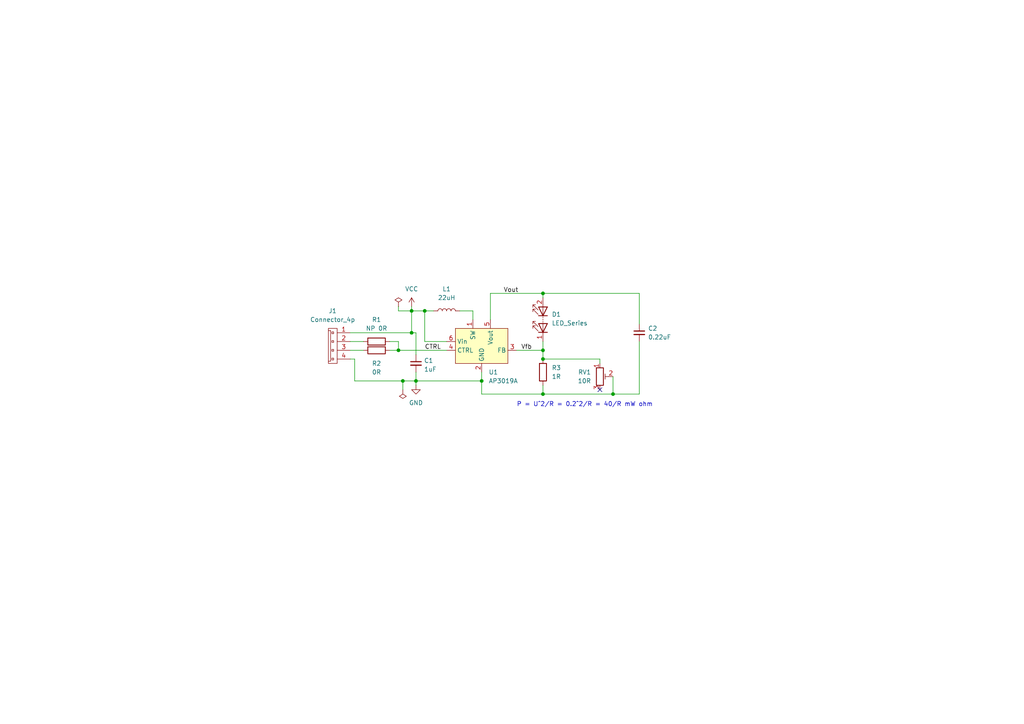
<source format=kicad_sch>
(kicad_sch (version 20211123) (generator eeschema)
  (paper "A4")
  (lib_symbols
    (symbol "0ESN_Lib:AP3019A"
      (property "Reference" "U" (at 6.35 8.89 0))
      (property "Value" "AP3019A" (at 8.89 6.35 0))
      (symbol "AP3019A_0_1"
        (rectangle (start -7.62 5.08) (end 7.62 -5.08) (stroke (width 0.1524)) (fill (type background)))
      )
      (symbol "AP3019A_1_1"
        (pin input line (at -2.54 7.62 270) (length 2.54) (name "SW") (number "1"))
        (pin power_in line (at 0 -7.62 90) (length 2.54) (name "GND") (number "2"))
        (pin output line (at 10.16 -1.27 180) (length 2.54) (name "FB") (number "3"))
        (pin input line (at -10.16 -1.27 0) (length 2.54) (name "CTRL") (number "4"))
        (pin power_out line (at 2.54 7.62 270) (length 2.54) (name "Vout") (number "5"))
        (pin power_in line (at -10.16 1.27 0) (length 2.54) (name "Vin") (number "6"))
      )
    )
    (symbol "0ESN_Lib:Connector_4p" (pin_names (offset 1.016) hide)
      (property "Reference" "J" (at 0 6.35 0))
      (property "Value" "Connector_4p" (at -2.54 2.54 90))
      (symbol "Connector_4p_0_1"
        (rectangle (start -1.27 5.08) (end 1.27 -5.08))
        (polyline (pts (xy -0.635 4.445) (xy -1.27 4.445)) (stroke (width 0.1524)))
        (polyline (pts (xy -1.27 -4.445) (xy -0.635 -4.445) (xy -0.635 4.445)) (stroke (width 0.1524)))
        (rectangle (start 0.254 -3.556) (end -0.254 -4.064) (stroke (width 0.1524)))
        (rectangle (start 0.254 -1.016) (end -0.254 -1.524) (stroke (width 0.1524)))
        (rectangle (start 0.254 1.524) (end -0.254 1.016) (stroke (width 0.1524)))
        (rectangle (start 0.254 4.064) (end -0.254 3.556) (stroke (width 0.1524)))
      )
      (symbol "Connector_4p_1_1"
        (pin passive line (at 5.08 3.81 180) (length 3.81) (name "P1") (number "1"))
        (pin passive line (at 5.08 1.27 180) (length 3.81) (name "P2") (number "2"))
        (pin passive line (at 5.08 -1.27 180) (length 3.81) (name "P3") (number "3"))
        (pin passive line (at 5.08 -3.81 180) (length 3.81) (name "P4") (number "4"))
      )
    )
    (symbol "Device:C_Small" (pin_numbers hide) (pin_names (offset 0.254) hide)
      (property "Reference" "C" (at 0.254 1.778 0))
      (property "Value" "C_Small" (at 0.254 -2.032 0))
      (symbol "C_Small_0_1"
        (polyline (pts (xy -1.524 -0.508) (xy 1.524 -0.508)) (stroke (width 0.3302)))
        (polyline (pts (xy -1.524 0.508) (xy 1.524 0.508)) (stroke (width 0.3048)))
      )
      (symbol "C_Small_1_1"
        (pin passive line (at 0 2.54 270) (length 2.032) (name "~") (number "1"))
        (pin passive line (at 0 -2.54 90) (length 2.032) (name "~") (number "2"))
      )
    )
    (symbol "Device:L" (pin_numbers hide) (pin_names (offset 1.016) hide)
      (property "Reference" "L" (at -1.27 0 90))
      (property "Value" "L" (at 1.905 0 90))
      (symbol "L_0_1"
        (arc (start 0 -2.54) (mid 0.635 -1.905) (end 0 -1.27))
        (arc (start 0 -1.27) (mid 0.635 -0.635) (end 0 0))
        (arc (start 0 0) (mid 0.635 0.635) (end 0 1.27))
        (arc (start 0 1.27) (mid 0.635 1.905) (end 0 2.54))
      )
      (symbol "L_1_1"
        (pin passive line (at 0 3.81 270) (length 1.27) (name "1") (number "1"))
        (pin passive line (at 0 -3.81 90) (length 1.27) (name "2") (number "2"))
      )
    )
    (symbol "Device:LED_Series" (pin_names (offset 1.016) hide)
      (property "Reference" "D" (at 0 5.715 0))
      (property "Value" "LED_Series" (at 0 3.81 0))
      (symbol "LED_Series_0_1"
        (polyline (pts (xy -3.81 0) (xy -1.016 0)))
        (polyline (pts (xy -3.683 -1.27) (xy -3.683 1.27)) (stroke (width 0.254)))
        (polyline (pts (xy -0.508 0) (xy -0.762 0)))
        (polyline (pts (xy 0.127 0) (xy -0.127 0)))
        (polyline (pts (xy 0.508 0) (xy 0.762 0)))
        (polyline (pts (xy 1.016 0) (xy 3.81 0)))
        (polyline (pts (xy 1.143 -1.27) (xy 1.143 1.27)) (stroke (width 0.254)))
        (polyline (pts (xy -1.143 -1.27) (xy -1.143 1.27) (xy -3.683 0) (xy -1.143 -1.27)) (stroke (width 0.254)))
        (polyline (pts (xy 3.683 -1.27) (xy 3.683 1.27) (xy 1.143 0) (xy 3.683 -1.27)) (stroke (width 0.254)))
        (polyline (pts (xy -3.302 1.397) (xy -1.778 2.921) (xy -2.54 2.921) (xy -1.778 2.921) (xy -1.778 2.159)))
        (polyline (pts (xy -2.032 1.397) (xy -0.508 2.921) (xy -1.27 2.921) (xy -0.508 2.921) (xy -0.508 2.159)))
        (polyline (pts (xy 1.524 1.397) (xy 3.048 2.921) (xy 2.286 2.921) (xy 3.048 2.921) (xy 3.048 2.159)))
        (polyline (pts (xy 2.794 1.397) (xy 4.318 2.921) (xy 3.556 2.921) (xy 4.318 2.921) (xy 4.318 2.159)))
      )
      (symbol "LED_Series_1_1"
        (pin passive line (at -6.35 0 0) (length 2.54) (name "K") (number "1"))
        (pin passive line (at 6.35 0 180) (length 2.54) (name "A") (number "2"))
      )
    )
    (symbol "Device:R" (pin_numbers hide) (pin_names (offset 0))
      (property "Reference" "R" (at 2.032 0 90))
      (property "Value" "R" (at 0 0 90))
      (symbol "R_0_1"
        (rectangle (start -1.016 -2.54) (end 1.016 2.54) (stroke (width 0.254)))
      )
      (symbol "R_1_1"
        (pin passive line (at 0 3.81 270) (length 1.27) (name "~") (number "1"))
        (pin passive line (at 0 -3.81 90) (length 1.27) (name "~") (number "2"))
      )
    )
    (symbol "Device:R_Potentiometer_Trim" (pin_names (offset 1.016) hide)
      (property "Reference" "RV" (at -4.445 0 90))
      (property "Value" "R_Potentiometer_Trim" (at -2.54 0 90))
      (symbol "R_Potentiometer_Trim_0_1"
        (polyline (pts (xy 1.524 0.762) (xy 1.524 -0.762)))
        (polyline (pts (xy 2.54 0) (xy 1.524 0)))
        (rectangle (start 1.016 2.54) (end -1.016 -2.54) (stroke (width 0.254)))
      )
      (symbol "R_Potentiometer_Trim_1_1"
        (pin passive line (at 0 3.81 270) (length 1.27) (name "1") (number "1"))
        (pin passive line (at 3.81 0 180) (length 1.27) (name "2") (number "2"))
        (pin passive line (at 0 -3.81 90) (length 1.27) (name "3") (number "3"))
      )
    )
    (symbol "power:GND" (power) (pin_names (offset 0))
      (property "Value" "GND" (at 0 -3.81 0))
      (symbol "GND_0_1"
        (polyline (pts (xy 0 0) (xy 0 -1.27) (xy 1.27 -1.27) (xy 0 -2.54) (xy -1.27 -1.27) (xy 0 -1.27)))
      )
      (symbol "GND_1_1"
        (pin power_in line (at 0 0 270) (length 0) hide (name "GND") (number "1"))
      )
    )
    (symbol "power:PWR_FLAG" (power) (pin_numbers hide) (pin_names (offset 0) hide)
      (property "Value" "PWR_FLAG" (at 0 3.81 0))
      (symbol "PWR_FLAG_0_0"
        (pin power_out line (at 0 0 90) (length 0) (name "pwr") (number "1"))
      )
      (symbol "PWR_FLAG_0_1"
        (polyline (pts (xy 0 0) (xy 0 1.27) (xy -1.016 1.905) (xy 0 2.54) (xy 1.016 1.905) (xy 0 1.27)))
      )
    )
    (symbol "power:VCC" (power) (pin_names (offset 0))
      (property "Value" "VCC" (at 0 3.81 0))
      (symbol "VCC_0_1"
        (polyline (pts (xy -0.762 1.27) (xy 0 2.54)))
        (polyline (pts (xy 0 0) (xy 0 2.54)))
        (polyline (pts (xy 0 2.54) (xy 0.762 1.27)))
      )
      (symbol "VCC_1_1"
        (pin power_in line (at 0 0 90) (length 0) hide (name "VCC") (number "1"))
      )
    )
  )
  (junction (at 116.84 110.49))
  (junction (at 123.19 90.17))
  (junction (at 157.48 101.6))
  (junction (at 119.38 90.17))
  (junction (at 157.48 85.09))
  (junction (at 115.57 101.6))
  (junction (at 120.65 110.49))
  (junction (at 177.8 114.3))
  (junction (at 139.7 110.49))
  (junction (at 157.48 114.3))
  (junction (at 157.48 104.14))
  (junction (at 119.38 96.52))
  (no_connect (at 173.99 113.03))
  (wire (pts (xy 157.48 114.3) (xy 177.8 114.3)))
  (wire (pts (xy 142.24 85.09) (xy 157.48 85.09)))
  (wire (pts (xy 123.19 99.06) (xy 129.54 99.06)))
  (wire (pts (xy 119.38 96.52) (xy 119.38 90.17)))
  (wire (pts (xy 116.84 110.49) (xy 116.84 113.03)))
  (wire (pts (xy 101.6 99.06) (xy 105.41 99.06)))
  (wire (pts (xy 137.16 90.17) (xy 137.16 92.71)))
  (wire (pts (xy 116.84 110.49) (xy 120.65 110.49)))
  (wire (pts (xy 102.87 110.49) (xy 116.84 110.49)))
  (wire (pts (xy 173.99 104.14) (xy 173.99 105.41)))
  (wire (pts (xy 149.86 101.6) (xy 157.48 101.6)))
  (wire (pts (xy 139.7 110.49) (xy 139.7 107.95)))
  (wire (pts (xy 157.48 101.6) (xy 157.48 104.14)))
  (wire (pts (xy 125.73 90.17) (xy 123.19 90.17)))
  (wire (pts (xy 101.6 104.14) (xy 102.87 104.14)))
  (wire (pts (xy 123.19 90.17) (xy 123.19 99.06)))
  (wire (pts (xy 157.48 114.3) (xy 157.48 111.76)))
  (wire (pts (xy 139.7 114.3) (xy 157.48 114.3)))
  (wire (pts (xy 119.38 88.9) (xy 119.38 90.17)))
  (wire (pts (xy 115.57 99.06) (xy 115.57 101.6)))
  (wire (pts (xy 133.35 90.17) (xy 137.16 90.17)))
  (wire (pts (xy 113.03 101.6) (xy 115.57 101.6)))
  (wire (pts (xy 157.48 104.14) (xy 173.99 104.14)))
  (wire (pts (xy 119.38 90.17) (xy 123.19 90.17)))
  (wire (pts (xy 177.8 109.22) (xy 177.8 114.3)))
  (wire (pts (xy 113.03 99.06) (xy 115.57 99.06)))
  (wire (pts (xy 185.42 93.98) (xy 185.42 85.09)))
  (wire (pts (xy 120.65 107.95) (xy 120.65 110.49)))
  (wire (pts (xy 115.57 101.6) (xy 129.54 101.6)))
  (wire (pts (xy 157.48 85.09) (xy 157.48 86.36)))
  (wire (pts (xy 142.24 92.71) (xy 142.24 85.09)))
  (wire (pts (xy 185.42 99.06) (xy 185.42 114.3)))
  (wire (pts (xy 120.65 102.87) (xy 120.65 96.52)))
  (wire (pts (xy 115.57 90.17) (xy 119.38 90.17)))
  (wire (pts (xy 139.7 110.49) (xy 139.7 114.3)))
  (wire (pts (xy 120.65 110.49) (xy 139.7 110.49)))
  (wire (pts (xy 101.6 96.52) (xy 119.38 96.52)))
  (wire (pts (xy 185.42 85.09) (xy 157.48 85.09)))
  (wire (pts (xy 101.6 101.6) (xy 105.41 101.6)))
  (wire (pts (xy 120.65 96.52) (xy 119.38 96.52)))
  (wire (pts (xy 102.87 104.14) (xy 102.87 110.49)))
  (wire (pts (xy 115.57 88.9) (xy 115.57 90.17)))
  (wire (pts (xy 157.48 99.06) (xy 157.48 101.6)))
  (wire (pts (xy 185.42 114.3) (xy 177.8 114.3)))
  (wire (pts (xy 120.65 110.49) (xy 120.65 111.76)))
  (text "P = U^2/R = 0.2^2/R = 40/R mW ohm" (at 149.86 118.11 0) (effects (font (size 1.27 1.27)) (justify left bottom)))
  (label "Vfb" (at 151.13 101.6 0))
  (label "Vout" (at 146.05 85.09 0))
  (label "CTRL" (at 123.19 101.6 0))
  (symbol (lib_id "Device:R_Potentiometer_Trim") (at 173.99 109.22 0) (unit 1)
    (property "Reference" "RV1" (at 171.45 107.9499 0) (effects (justify right)))
    (property "Value" "10R" (at 171.45 110.4899 0) (effects (justify right)))
  )
  (symbol (lib_id "Device:R") (at 109.22 101.6 90) (unit 1)
    (property "Reference" "R2" (at 109.22 105.41 90))
    (property "Value" "0R" (at 109.22 107.95 90))
    (property "Footprint" "Resistor_SMD:R_0805_2012Metric_Pad1.20x1.40mm_HandSolder" (effects hide))
  )
  (symbol (lib_id "0ESN_Lib:AP3019A") (at 139.7 100.33 0) (unit 1)
    (property "Reference" "U1" (at 141.7194 107.95 0) (effects (justify left)))
    (property "Value" "AP3019A" (at 141.7194 110.49 0) (effects (justify left)))
    (property "Footprint" "Package_TO_SOT_SMD:TSOT-23-6_HandSoldering" (effects hide))
  )
  (symbol (lib_id "power:GND") (at 120.65 111.76 0) (unit 1)
    (property "Reference" "#PWR0101" (effects hide))
    (property "Value" "GND" (at 120.65 116.84 0))
  )
  (symbol (lib_id "Device:R") (at 157.48 107.95 0) (unit 1)
    (property "Reference" "R3" (at 160.02 106.6799 0) (effects (justify left)))
    (property "Value" "1R" (at 160.02 109.2199 0) (effects (justify left)))
    (property "Footprint" "Resistor_SMD:R_0805_2012Metric_Pad1.20x1.40mm_HandSolder" (effects hide))
  )
  (symbol (lib_id "Device:L") (at 129.54 90.17 90) (unit 1)
    (property "Reference" "L1" (at 129.54 83.82 90))
    (property "Value" "22uH" (at 129.54 86.36 90))
    (property "Footprint" "0ESNLib:sumida_CDRH_inductor" (effects hide))
  )
  (symbol (lib_id "Device:R") (at 109.22 99.06 90) (unit 1)
    (property "Reference" "R1" (at 109.22 92.71 90))
    (property "Value" "NP 0R" (at 109.22 95.25 90))
    (property "Footprint" "Resistor_SMD:R_0805_2012Metric_Pad1.20x1.40mm_HandSolder" (effects hide))
  )
  (symbol (lib_id "power:VCC") (at 119.38 88.9 0) (unit 1)
    (property "Reference" "#PWR0102" (effects hide))
    (property "Value" "VCC" (at 119.38 83.82 0))
  )
  (symbol (lib_id "power:PWR_FLAG") (at 116.84 113.03 180) (unit 1)
    (property "Reference" "#FLG0102" (effects hide))
    (property "Value" "PWR_FLAG" (effects hide))
  )
  (symbol (lib_id "Device:LED_Series") (at 157.48 92.71 90) (unit 1)
    (property "Reference" "D1" (at 160.02 91.1859 90) (effects (justify right)))
    (property "Value" "LED_Series" (at 160.02 93.7259 90) (effects (justify right)))
    (property "Footprint" "0ESNLib:D_0603_1608Metric_Pad1.05x0.95mm_HandSolder" (effects hide))
  )
  (symbol (lib_id "Device:C_Small") (at 120.65 105.41 0) (unit 1)
    (property "Reference" "C1" (at 122.9741 104.5816 0) (effects (justify left)))
    (property "Value" "1uF" (at 122.9741 107.1185 0) (effects (justify left)))
    (property "Footprint" "0ESNLib:C_0805_2012Metric_Pad1.18x1.45mm_HandSolder" (effects hide))
  )
  (symbol (lib_id "Device:C_Small") (at 185.42 96.52 0) (unit 1)
    (property "Reference" "C2" (at 187.96 95.2562 0) (effects (justify left)))
    (property "Value" "0.22uF" (at 187.96 97.7962 0) (effects (justify left)))
    (property "Footprint" "0ESNLib:C_0805_2012Metric_Pad1.18x1.45mm_HandSolder" (effects hide))
  )
  (symbol (lib_id "0ESN_Lib:Connector_4p") (at 96.52 100.33 0) (unit 1)
    (property "Reference" "J1" (at 96.4819 90.17 0))
    (property "Value" "Connector_4p" (at 96.4819 92.71 0))
    (property "Footprint" "0ESN_Lib:Connector_2p_m" (effects hide))
  )
  (symbol (lib_id "power:PWR_FLAG") (at 115.57 88.9 0) (unit 1)
    (property "Reference" "#FLG0101" (effects hide))
    (property "Value" "PWR_FLAG" (effects hide))
  )
)
</source>
